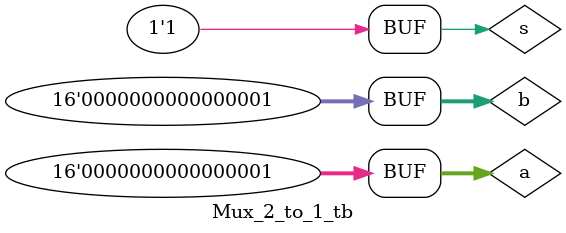
<source format=sv>
/*
 * TCES 330 Spring 2025
 * Project Files 2 to 1 mux
 * @author Logan Black & Ahmed Aljewad
 * @version 28 MAY 2025
 * 2 to 1 16 bit mux built using case statement
 */
`timescale 1 ps / 1 ps
module Mux_2_to_1(
			S, 
			A, 
			B, 
			M
			);

	// input
	input S; 					// Select Signal
	input [15:0] A;			// 0 Side Input
	input [15:0] B;			// 1 Side Input
	
	// output
	output logic [15:0] M;	// MUx Output

	// assigns output M to A or B based on select signal case statement
	always_comb begin
		case (S)
			1'b0: M = A;
			1'b1: M = B;
		endcase
	end

endmodule

// test bench
module Mux_2_to_1_tb();

	// input
	logic s; 			// Select Signal
	logic [15:0] a;	// 0 Side Input
	logic [15:0] b;	// 1 Side Input
	
	// output
	logic [15:0] m;	// MUx Output

	// DUT instantiation
	Mux_2_to_1 DUT(
					.S(s), 
					.A(a), 
					.B(b), 
					.M(m)
					);

	// testing all variations of input and output
	initial begin
		s = 1'b0; a = 16'b0; b = 16'b0; #10;
								   b = 16'b1; #10;
					 a = 16'b1; b = 16'b0; #10;
								   b = 16'b1; #10;
		s = 1'b1; a = 16'b0; b = 16'b0; #10;
								   b = 16'b1; #10;
					 a = 16'b1; b = 16'b0; #10;
								   b = 16'b1; #10;
	end
	
endmodule
 
</source>
